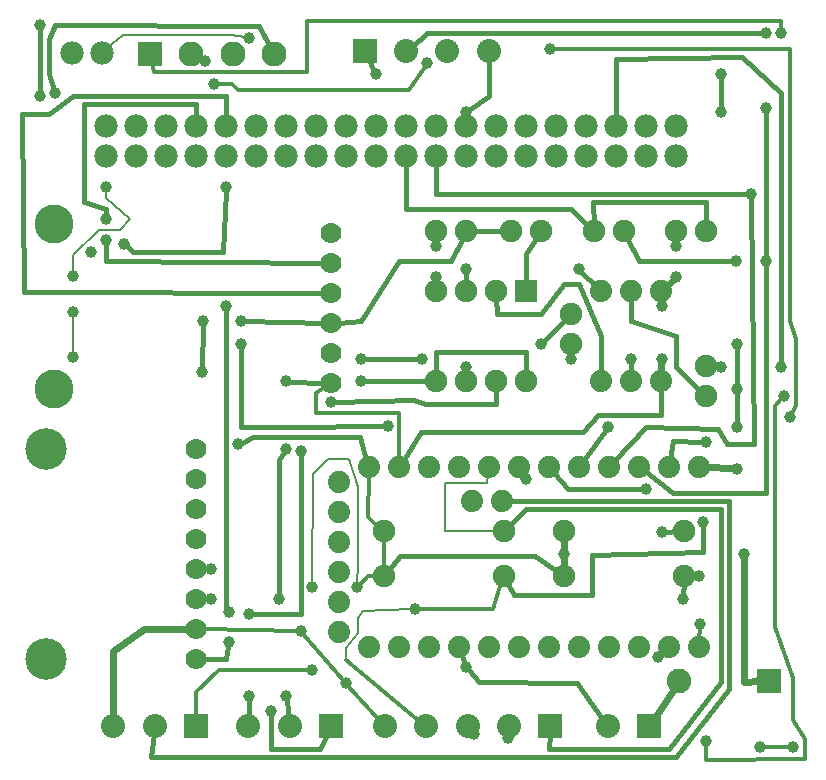
<source format=gbl>
G04 MADE WITH FRITZING*
G04 WWW.FRITZING.ORG*
G04 DOUBLE SIDED*
G04 HOLES PLATED*
G04 CONTOUR ON CENTER OF CONTOUR VECTOR*
%ASAXBY*%
%FSLAX23Y23*%
%MOIN*%
%OFA0B0*%
%SFA1.0B1.0*%
%ADD10C,0.078000*%
%ADD11C,0.039370*%
%ADD12C,0.075000*%
%ADD13C,0.083307*%
%ADD14C,0.074000*%
%ADD15C,0.070000*%
%ADD16C,0.138425*%
%ADD17C,0.082000*%
%ADD18C,0.080000*%
%ADD19C,0.129921*%
%ADD20R,0.083307X0.083307*%
%ADD21R,0.082000X0.082000*%
%ADD22R,0.080000X0.080000*%
%ADD23R,0.075000X0.075000*%
%ADD24C,0.008000*%
%ADD25C,0.016000*%
%ADD26C,0.024000*%
%ADD27C,0.012000*%
%LNCOPPER0*%
G90*
G70*
G54D10*
X306Y2543D03*
X206Y2543D03*
G54D11*
X322Y2096D03*
X210Y1529D03*
X210Y1678D03*
X211Y1798D03*
X321Y1918D03*
X321Y1988D03*
X1072Y1378D03*
X796Y2593D03*
X645Y1649D03*
X971Y1217D03*
X761Y1238D03*
X641Y1478D03*
X770Y1649D03*
X671Y822D03*
X671Y723D03*
X1422Y1899D03*
X1422Y1797D03*
X721Y1698D03*
X921Y1448D03*
X2321Y1247D03*
X2521Y1849D03*
X1521Y2346D03*
X770Y1573D03*
X1771Y1573D03*
X1172Y1448D03*
X921Y398D03*
X2472Y2073D03*
X2446Y872D03*
X1847Y872D03*
X1721Y1122D03*
X2173Y947D03*
X1995Y1296D03*
X2298Y799D03*
X2370Y2346D03*
X2370Y2472D03*
X1221Y2472D03*
X2423Y1573D03*
X2423Y1421D03*
X2571Y1497D03*
X2370Y1497D03*
X2222Y1899D03*
X2222Y1797D03*
X2070Y1523D03*
X1870Y1523D03*
X1547Y272D03*
X2245Y723D03*
X1521Y1497D03*
X1373Y1523D03*
X1172Y1523D03*
X796Y674D03*
X796Y398D03*
X2173Y1698D03*
X2173Y1523D03*
X1008Y761D03*
X1008Y485D03*
X921Y1223D03*
X896Y723D03*
X871Y348D03*
X2121Y1088D03*
X2311Y978D03*
X2423Y1296D03*
X2423Y1157D03*
X151Y2408D03*
X721Y2096D03*
X102Y2398D03*
X102Y2637D03*
X271Y1878D03*
X380Y1907D03*
X2520Y2609D03*
X1521Y1823D03*
X1896Y1823D03*
X2422Y1848D03*
X1159Y761D03*
X732Y578D03*
X732Y678D03*
X1352Y688D03*
X1261Y1298D03*
X1661Y258D03*
X2302Y639D03*
X2320Y248D03*
X2581Y1398D03*
X2501Y228D03*
X2611Y228D03*
X2601Y1328D03*
X2521Y2358D03*
X2571Y2608D03*
X1801Y2557D03*
X1392Y2508D03*
X651Y2517D03*
X2161Y528D03*
X681Y2438D03*
G54D12*
X1846Y798D03*
X2246Y798D03*
X1846Y798D03*
X2246Y798D03*
X1246Y798D03*
X1646Y798D03*
X1246Y798D03*
X1646Y798D03*
G54D13*
X468Y2538D03*
X605Y2538D03*
X743Y2538D03*
X881Y2538D03*
G54D14*
X1096Y1113D03*
X1096Y1013D03*
X1096Y913D03*
X1096Y813D03*
X1096Y713D03*
X1096Y613D03*
X1196Y1163D03*
X1296Y1163D03*
X1396Y1163D03*
X1496Y1163D03*
X1596Y1163D03*
X1541Y1048D03*
X1641Y1048D03*
X1696Y1163D03*
X1796Y1163D03*
X1896Y1163D03*
X1996Y1163D03*
X2096Y1163D03*
X2196Y1163D03*
X2296Y1163D03*
X2296Y563D03*
X2196Y563D03*
X2096Y563D03*
X1996Y563D03*
X1896Y563D03*
X1796Y563D03*
X1696Y563D03*
X1596Y563D03*
X1496Y563D03*
X1396Y563D03*
X1296Y563D03*
X1196Y563D03*
G54D12*
X1846Y948D03*
X2246Y948D03*
X1846Y948D03*
X2246Y948D03*
X1246Y948D03*
X1646Y948D03*
X1246Y948D03*
X1646Y948D03*
G54D15*
X1071Y1443D03*
X1071Y1543D03*
X1071Y1643D03*
X1071Y1743D03*
X1071Y1843D03*
X1071Y1943D03*
X621Y1023D03*
G54D16*
X121Y523D03*
G54D15*
X621Y623D03*
X621Y823D03*
X621Y1223D03*
X621Y523D03*
X621Y723D03*
X621Y923D03*
X621Y1123D03*
G54D16*
X121Y1223D03*
G54D17*
X2529Y448D03*
X2231Y448D03*
G54D18*
X2131Y298D03*
X1993Y298D03*
G54D10*
X321Y2198D03*
X421Y2198D03*
X521Y2198D03*
X621Y2198D03*
X721Y2198D03*
X821Y2198D03*
X921Y2198D03*
X1021Y2198D03*
X1121Y2198D03*
X1221Y2198D03*
X1321Y2198D03*
X1421Y2198D03*
X1521Y2198D03*
X1621Y2198D03*
X1721Y2198D03*
X1821Y2198D03*
X1921Y2198D03*
X2021Y2198D03*
X2121Y2198D03*
X2221Y2198D03*
X321Y2198D03*
X421Y2198D03*
X521Y2198D03*
X621Y2198D03*
X721Y2198D03*
X821Y2198D03*
X921Y2198D03*
X1021Y2198D03*
X1121Y2198D03*
X1221Y2198D03*
X1321Y2198D03*
X1421Y2198D03*
X1521Y2198D03*
X1621Y2198D03*
X1721Y2198D03*
X1821Y2198D03*
X1921Y2198D03*
X2021Y2198D03*
X2121Y2198D03*
X2221Y2198D03*
X2221Y2298D03*
X2121Y2298D03*
X2021Y2298D03*
X1921Y2298D03*
X1821Y2298D03*
X1721Y2298D03*
X1621Y2298D03*
X1521Y2298D03*
X1421Y2298D03*
X1321Y2298D03*
X1221Y2298D03*
X1121Y2298D03*
X1021Y2298D03*
X921Y2298D03*
X821Y2298D03*
X721Y2298D03*
X621Y2298D03*
X521Y2298D03*
X421Y2298D03*
X321Y2298D03*
G54D12*
X1871Y1673D03*
X1871Y1573D03*
X2321Y1498D03*
X2321Y1398D03*
G54D14*
X1971Y1448D03*
X2071Y1448D03*
X2171Y1448D03*
X1971Y1748D03*
X2071Y1748D03*
X2171Y1748D03*
G54D19*
X146Y1973D03*
X146Y1423D03*
G54D12*
X2046Y1948D03*
X1946Y1948D03*
X2321Y1948D03*
X2221Y1948D03*
X1721Y1748D03*
X1721Y1448D03*
X1621Y1748D03*
X1621Y1448D03*
X1521Y1748D03*
X1521Y1448D03*
X1421Y1748D03*
X1421Y1448D03*
X1671Y1948D03*
X1771Y1948D03*
X1421Y1948D03*
X1521Y1948D03*
G54D18*
X1802Y298D03*
X1664Y298D03*
X1527Y298D03*
X1389Y298D03*
X1251Y298D03*
X1071Y298D03*
X933Y298D03*
X795Y298D03*
X1183Y2548D03*
X1321Y2548D03*
X1458Y2548D03*
X1596Y2548D03*
X621Y298D03*
X483Y298D03*
X345Y298D03*
G54D11*
X970Y617D03*
X1120Y444D03*
X1521Y496D03*
G54D20*
X468Y2538D03*
G54D21*
X2530Y448D03*
G54D22*
X2131Y298D03*
G54D23*
X1721Y1748D03*
G54D22*
X1802Y298D03*
X1071Y298D03*
X1183Y2548D03*
X621Y298D03*
G54D24*
X210Y1542D02*
X210Y1664D01*
D02*
X296Y1953D02*
X366Y1953D01*
D02*
X366Y1953D02*
X401Y1988D01*
D02*
X401Y1988D02*
X321Y2058D01*
D02*
X321Y2058D02*
X322Y2083D01*
D02*
X210Y1868D02*
X296Y1953D01*
D02*
X211Y1811D02*
X210Y1868D01*
D02*
X736Y2603D02*
X783Y2595D01*
D02*
X376Y2603D02*
X736Y2603D01*
D02*
X325Y2559D02*
X376Y2603D01*
G54D25*
D02*
X811Y1263D02*
X1166Y1263D01*
D02*
X773Y1244D02*
X811Y1263D01*
D02*
X1166Y1263D02*
X1189Y1187D01*
D02*
X645Y1635D02*
X642Y1491D01*
D02*
X725Y690D02*
X721Y697D01*
D02*
X721Y697D02*
X721Y1684D01*
D02*
X721Y523D02*
X729Y565D01*
D02*
X646Y523D02*
X721Y523D01*
D02*
X783Y1648D02*
X1046Y1643D01*
D02*
X658Y822D02*
X646Y823D01*
D02*
X646Y723D02*
X658Y723D01*
G54D26*
D02*
X447Y621D02*
X590Y623D01*
D02*
X345Y549D02*
X447Y621D01*
D02*
X345Y329D02*
X345Y549D01*
G54D27*
D02*
X1234Y317D02*
X1129Y434D01*
D02*
X1111Y454D02*
X979Y607D01*
G54D25*
D02*
X1721Y1546D02*
X1721Y1471D01*
D02*
X1422Y1546D02*
X1721Y1546D01*
D02*
X1421Y1471D02*
X1422Y1546D01*
D02*
X1905Y1814D02*
X1956Y1763D01*
D02*
X1521Y1771D02*
X1521Y1810D01*
D02*
X1172Y1649D02*
X1097Y1644D01*
D02*
X1297Y1849D02*
X1172Y1649D01*
D02*
X1471Y1849D02*
X1297Y1849D01*
D02*
X1511Y1927D02*
X1471Y1849D01*
D02*
X1422Y1922D02*
X1422Y1925D01*
D02*
X1422Y1912D02*
X1422Y1922D01*
D02*
X1421Y1771D02*
X1422Y1783D01*
D02*
X721Y2399D02*
X721Y2322D01*
D02*
X41Y2338D02*
X131Y2338D01*
D02*
X131Y2338D02*
X211Y2398D01*
D02*
X46Y1747D02*
X41Y2338D01*
D02*
X211Y2398D02*
X721Y2399D01*
D02*
X1046Y1743D02*
X46Y1747D01*
D02*
X322Y1849D02*
X1046Y1843D01*
D02*
X322Y1905D02*
X322Y1849D01*
D02*
X322Y2024D02*
X322Y2001D01*
D02*
X247Y2047D02*
X322Y2024D01*
D02*
X247Y2373D02*
X247Y2047D01*
D02*
X622Y2373D02*
X247Y2373D01*
D02*
X621Y2322D02*
X622Y2373D01*
D02*
X935Y1447D02*
X1046Y1444D01*
D02*
X2211Y1248D02*
X2307Y1247D01*
D02*
X2201Y1188D02*
X2211Y1248D01*
G54D26*
D02*
X2327Y1162D02*
X2404Y1158D01*
G54D27*
D02*
X1021Y1410D02*
X1050Y1429D01*
D02*
X1021Y1343D02*
X1021Y1410D01*
D02*
X1296Y1343D02*
X1021Y1343D01*
D02*
X1296Y1188D02*
X1296Y1343D01*
G54D25*
D02*
X2362Y1289D02*
X2391Y1239D01*
D02*
X2391Y1239D02*
X2480Y1239D01*
D02*
X1422Y2073D02*
X1421Y2173D01*
D02*
X2459Y2073D02*
X1422Y2073D01*
D02*
X2480Y1239D02*
X2472Y2060D01*
D02*
X2120Y1296D02*
X2362Y1289D01*
D02*
X2013Y1182D02*
X2120Y1296D01*
D02*
X2408Y1848D02*
X2097Y1849D01*
D02*
X2097Y1849D02*
X2057Y1927D01*
D02*
X2522Y1077D02*
X2521Y1836D01*
D02*
X2211Y1077D02*
X2522Y1077D01*
D02*
X2117Y1148D02*
X2211Y1077D01*
D02*
X1623Y1948D02*
X1544Y1948D01*
D02*
X1648Y1948D02*
X1623Y1948D01*
D02*
X1945Y2047D02*
X1946Y1971D01*
D02*
X2321Y2047D02*
X1945Y2047D01*
D02*
X2321Y1971D02*
X2321Y2047D01*
D02*
X1392Y2609D02*
X1340Y2564D01*
D02*
X2506Y2609D02*
X1392Y2609D01*
D02*
X2521Y1863D02*
X2521Y2345D01*
D02*
X1521Y2333D02*
X1521Y2322D01*
D02*
X1596Y2399D02*
X1532Y2354D01*
D02*
X1596Y2522D02*
X1596Y2399D01*
D02*
X921Y1296D02*
X770Y1296D01*
D02*
X770Y1296D02*
X770Y1559D01*
D02*
X1855Y1657D02*
X1780Y1582D01*
D02*
X1721Y1872D02*
X1721Y1771D01*
D02*
X1758Y1929D02*
X1721Y1872D01*
D02*
X1185Y1448D02*
X1398Y1448D01*
D02*
X930Y323D02*
X923Y384D01*
D02*
X1247Y1298D02*
X921Y1296D01*
D02*
X470Y197D02*
X480Y273D01*
D02*
X2222Y197D02*
X470Y197D01*
D02*
X2396Y424D02*
X2222Y197D01*
D02*
X2396Y1049D02*
X2396Y424D01*
D02*
X1721Y1049D02*
X2396Y1049D01*
D02*
X1667Y1048D02*
X1721Y1049D01*
D02*
X1721Y1023D02*
X1662Y964D01*
D02*
X1797Y223D02*
X2196Y223D01*
D02*
X2196Y223D02*
X2370Y447D01*
D02*
X2370Y447D02*
X2370Y1023D01*
D02*
X2370Y1023D02*
X1721Y1023D01*
D02*
X1801Y272D02*
X1797Y223D01*
D02*
X1516Y509D02*
X1505Y539D01*
D02*
X1565Y447D02*
X1530Y486D01*
D02*
X1891Y444D02*
X1565Y447D01*
D02*
X1979Y319D02*
X1891Y444D01*
G54D26*
D02*
X2148Y324D02*
X2213Y421D01*
D02*
X1846Y853D02*
X1846Y826D01*
D02*
X2446Y447D02*
X2446Y853D01*
D02*
X2497Y448D02*
X2446Y447D01*
D02*
X1847Y898D02*
X1847Y891D01*
D02*
X1846Y919D02*
X1847Y898D01*
G54D25*
D02*
X1714Y1133D02*
X1710Y1141D01*
D02*
X2223Y948D02*
X2186Y947D01*
D02*
X1987Y1285D02*
X1911Y1183D01*
D02*
X2269Y798D02*
X2284Y799D01*
D02*
X2370Y2458D02*
X2370Y2360D01*
D02*
X1194Y2525D02*
X1215Y2484D01*
D02*
X1320Y2024D02*
X1321Y2173D01*
D02*
X1870Y2024D02*
X1320Y2024D01*
D02*
X1930Y1964D02*
X1870Y2024D01*
D02*
X2021Y2373D02*
X2021Y2322D01*
D02*
X2441Y2528D02*
X2021Y2524D01*
D02*
X2571Y2408D02*
X2441Y2528D01*
D02*
X2571Y1511D02*
X2571Y2408D01*
D02*
X2021Y2524D02*
X2021Y2373D01*
D02*
X2344Y1497D02*
X2357Y1497D01*
D02*
X2423Y1435D02*
X2423Y1559D01*
G54D26*
D02*
X2208Y1784D02*
X2191Y1767D01*
D02*
X2222Y1919D02*
X2222Y1918D01*
G54D25*
D02*
X1972Y1599D02*
X1971Y1469D01*
D02*
X1896Y1774D02*
X1972Y1599D01*
D02*
X1847Y1774D02*
X1896Y1774D01*
D02*
X1771Y1672D02*
X1847Y1774D01*
D02*
X1623Y1672D02*
X1771Y1672D01*
D02*
X1622Y1725D02*
X1623Y1672D01*
D02*
X2071Y1510D02*
X2071Y1469D01*
D02*
X1870Y1550D02*
X1870Y1537D01*
D02*
X2222Y1599D02*
X2222Y1497D01*
D02*
X2222Y1497D02*
X2305Y1414D01*
D02*
X2070Y1649D02*
X2222Y1599D01*
D02*
X2071Y1726D02*
X2070Y1649D01*
D02*
X2245Y737D02*
X2246Y775D01*
D02*
X1543Y278D02*
X1539Y283D01*
D02*
X1521Y1484D02*
X1521Y1471D01*
D02*
X810Y674D02*
X971Y674D01*
D02*
X971Y674D02*
X971Y1204D01*
D02*
X1185Y1523D02*
X1359Y1523D01*
D02*
X796Y323D02*
X796Y384D01*
G54D24*
D02*
X1451Y1108D02*
X1591Y1108D01*
D02*
X1591Y1108D02*
X1594Y1137D01*
D02*
X1451Y948D02*
X1451Y1108D01*
D02*
X1623Y948D02*
X1451Y948D01*
G54D26*
D02*
X2172Y1717D02*
X2172Y1721D01*
D02*
X2172Y1475D02*
X2172Y1504D01*
G54D27*
D02*
X1195Y997D02*
X1229Y964D01*
D02*
X1196Y1137D02*
X1195Y997D01*
D02*
X1247Y872D02*
X1247Y821D01*
D02*
X1246Y925D02*
X1247Y872D01*
D02*
X1195Y799D02*
X1223Y798D01*
G54D24*
D02*
X1161Y838D02*
X1159Y774D01*
D02*
X1161Y1097D02*
X1161Y838D01*
D02*
X1131Y1188D02*
X1161Y1097D01*
D02*
X1061Y1188D02*
X1131Y1188D01*
D02*
X1011Y1138D02*
X1061Y1188D01*
G54D27*
D02*
X697Y485D02*
X834Y485D01*
D02*
X834Y485D02*
X995Y485D01*
D02*
X621Y411D02*
X697Y485D01*
D02*
X1168Y770D02*
X1195Y799D01*
G54D24*
D02*
X1008Y774D02*
X1011Y1138D01*
G54D27*
D02*
X621Y323D02*
X621Y411D01*
G54D25*
D02*
X1622Y1373D02*
X1621Y1425D01*
D02*
X1033Y223D02*
X871Y223D01*
D02*
X871Y223D02*
X871Y335D01*
D02*
X896Y1185D02*
X914Y1212D01*
D02*
X896Y737D02*
X896Y1185D01*
D02*
X1346Y1385D02*
X1384Y1373D01*
D02*
X1384Y1373D02*
X1622Y1373D01*
D02*
X1085Y1378D02*
X1346Y1385D01*
D02*
X1060Y275D02*
X1033Y223D01*
D02*
X1301Y867D02*
X1260Y816D01*
D02*
X1751Y867D02*
X1301Y867D01*
D02*
X1827Y811D02*
X1751Y867D01*
G54D27*
D02*
X1662Y272D02*
X1662Y272D01*
G54D25*
D02*
X2170Y1337D02*
X2171Y1426D01*
D02*
X1961Y1337D02*
X2170Y1337D01*
D02*
X1910Y1279D02*
X1961Y1337D01*
D02*
X1370Y1279D02*
X1910Y1279D01*
D02*
X1310Y1184D02*
X1370Y1279D01*
D02*
X1860Y1088D02*
X1813Y1144D01*
D02*
X1680Y737D02*
X1941Y737D01*
D02*
X1941Y737D02*
X1941Y868D01*
D02*
X1941Y868D02*
X2311Y879D01*
D02*
X2311Y879D02*
X2311Y965D01*
D02*
X2107Y1088D02*
X1860Y1088D01*
D02*
X1657Y778D02*
X1680Y737D01*
G54D27*
D02*
X1610Y688D02*
X1639Y776D01*
D02*
X1365Y688D02*
X1610Y688D01*
G54D24*
D02*
X1161Y658D02*
X1177Y683D01*
D02*
X1122Y518D02*
X1122Y558D01*
D02*
X1177Y683D02*
X1338Y688D01*
D02*
X1122Y558D02*
X1161Y608D01*
D02*
X1161Y608D02*
X1161Y658D01*
G54D27*
D02*
X1369Y314D02*
X1122Y518D01*
G54D25*
D02*
X2423Y1310D02*
X2423Y1408D01*
D02*
X831Y2633D02*
X151Y2637D01*
D02*
X131Y2472D02*
X147Y2420D01*
D02*
X131Y2588D02*
X131Y2472D01*
D02*
X151Y2637D02*
X131Y2588D01*
D02*
X869Y2562D02*
X831Y2633D01*
D02*
X102Y2411D02*
X102Y2624D01*
D02*
X720Y2083D02*
X712Y1878D01*
D02*
X412Y1878D02*
X390Y1898D01*
D02*
X712Y1878D02*
X412Y1878D01*
G54D27*
D02*
X2301Y625D02*
X2298Y588D01*
D02*
X2651Y257D02*
X2651Y188D01*
D02*
X2611Y318D02*
X2651Y257D01*
D02*
X2572Y1388D02*
X2551Y1367D01*
D02*
X2551Y1367D02*
X2551Y629D01*
D02*
X2551Y629D02*
X2611Y458D01*
D02*
X2570Y2649D02*
X2571Y2622D01*
D02*
X1911Y2648D02*
X2570Y2649D01*
D02*
X990Y2648D02*
X1911Y2648D01*
D02*
X990Y2478D02*
X990Y2648D01*
D02*
X481Y2478D02*
X990Y2478D01*
D02*
X2611Y458D02*
X2611Y318D01*
D02*
X2651Y188D02*
X2320Y187D01*
D02*
X2320Y187D02*
X2320Y234D01*
D02*
X474Y2511D02*
X481Y2478D01*
D02*
X2171Y538D02*
X2178Y545D01*
D02*
X2597Y228D02*
X2515Y228D01*
D02*
X2621Y1368D02*
X2607Y1340D01*
D02*
X2621Y1588D02*
X2621Y1368D01*
D02*
X695Y2438D02*
X741Y2438D01*
D02*
X741Y2438D02*
X761Y2418D01*
D02*
X761Y2418D02*
X1331Y2418D01*
D02*
X1331Y2418D02*
X1384Y2496D01*
D02*
X1814Y2557D02*
X2582Y2557D01*
D02*
X2582Y2557D02*
X2601Y2557D01*
D02*
X2601Y2557D02*
X2601Y1648D01*
D02*
X2601Y1648D02*
X2621Y1588D01*
D02*
X646Y622D02*
X957Y617D01*
G04 End of Copper0*
M02*
</source>
